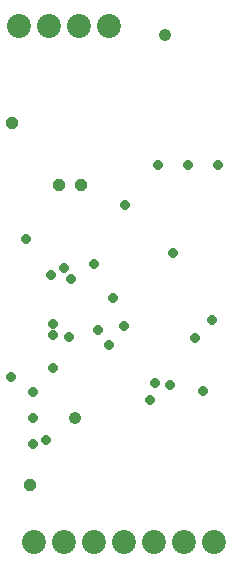
<source format=gbs>
G75*
%MOIN*%
%OFA0B0*%
%FSLAX25Y25*%
%IPPOS*%
%LPD*%
%AMOC8*
5,1,8,0,0,1.08239X$1,22.5*
%
%ADD10C,0.07991*%
%ADD11OC8,0.03150*%
%ADD12OC8,0.04134*%
%ADD13C,0.04134*%
D10*
X0017250Y0012500D03*
X0027250Y0012500D03*
X0037250Y0012500D03*
X0047250Y0012500D03*
X0057250Y0012500D03*
X0067250Y0012500D03*
X0077250Y0012500D03*
X0042250Y0184750D03*
X0032250Y0184750D03*
X0022250Y0184750D03*
X0012250Y0184750D03*
D11*
X0014500Y0113500D03*
X0022787Y0101500D03*
X0027250Y0104000D03*
X0029750Y0100250D03*
X0037250Y0105250D03*
X0043500Y0094000D03*
X0047250Y0084750D03*
X0042244Y0078461D03*
X0038500Y0083250D03*
X0029000Y0081000D03*
X0023625Y0081750D03*
X0023625Y0085250D03*
X0023750Y0070616D03*
X0016846Y0062750D03*
X0016846Y0054000D03*
X0016846Y0045250D03*
X0021399Y0046500D03*
X0009750Y0067750D03*
X0047627Y0124873D03*
X0058500Y0138321D03*
X0068500Y0138321D03*
X0078500Y0138321D03*
X0063500Y0109000D03*
X0076500Y0086500D03*
X0071000Y0080500D03*
X0073500Y0063000D03*
X0062500Y0065000D03*
X0057500Y0065500D03*
X0056000Y0060000D03*
D12*
X0016000Y0031500D03*
X0025510Y0131750D03*
X0032990Y0131750D03*
X0010000Y0152250D03*
D13*
X0031000Y0054000D03*
X0061000Y0181500D03*
M02*

</source>
